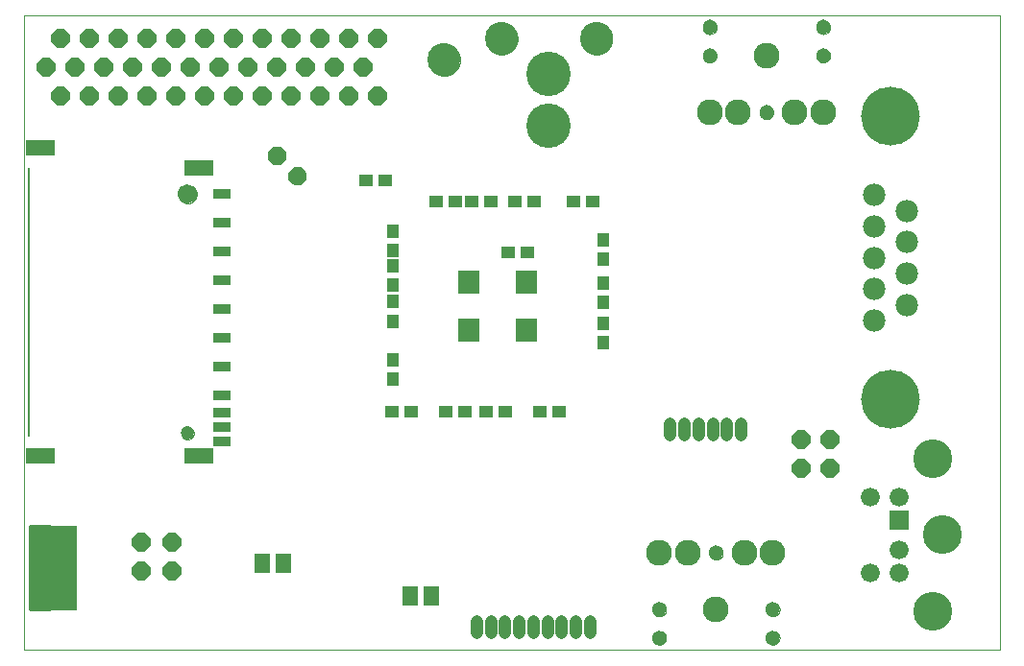
<source format=gbs>
G75*
%MOIN*%
%OFA0B0*%
%FSLAX25Y25*%
%IPPOS*%
%LPD*%
%AMOC8*
5,1,8,0,0,1.08239X$1,22.5*
%
%ADD10C,0.00000*%
%ADD11R,0.04731X0.04337*%
%ADD12R,0.04337X0.04731*%
%ADD13C,0.09000*%
%ADD14C,0.05124*%
%ADD15C,0.07800*%
%ADD16C,0.20400*%
%ADD17R,0.05518X0.06699*%
%ADD18C,0.04369*%
%ADD19OC8,0.06400*%
%ADD20C,0.01280*%
%ADD21R,0.06600X0.06600*%
%ADD22C,0.06600*%
%ADD23C,0.13500*%
%ADD24R,0.07400X0.08200*%
%ADD25C,0.11424*%
%ADD26R,0.16900X0.29400*%
%ADD27R,0.07450X0.07450*%
%ADD28C,0.02200*%
%ADD29C,0.00500*%
%ADD30R,0.06000X0.03200*%
%ADD31R,0.10400X0.05400*%
%ADD32C,0.06699*%
%ADD33C,0.04731*%
%ADD34C,0.15400*%
D10*
X0004300Y0012866D02*
X0004300Y0233366D01*
X0342800Y0233366D01*
X0342800Y0012866D01*
X0004300Y0012866D01*
X0017300Y0033466D02*
X0017302Y0033525D01*
X0017308Y0033585D01*
X0017318Y0033643D01*
X0017331Y0033701D01*
X0017349Y0033758D01*
X0017370Y0033814D01*
X0017395Y0033868D01*
X0017423Y0033920D01*
X0017455Y0033971D01*
X0017490Y0034019D01*
X0017528Y0034065D01*
X0017569Y0034108D01*
X0017613Y0034148D01*
X0017659Y0034185D01*
X0017708Y0034219D01*
X0017759Y0034250D01*
X0017811Y0034278D01*
X0017866Y0034302D01*
X0017922Y0034322D01*
X0017979Y0034338D01*
X0018037Y0034351D01*
X0018096Y0034360D01*
X0018155Y0034365D01*
X0018215Y0034366D01*
X0018274Y0034363D01*
X0018333Y0034356D01*
X0018392Y0034345D01*
X0018450Y0034331D01*
X0018506Y0034312D01*
X0018562Y0034290D01*
X0018615Y0034265D01*
X0018667Y0034235D01*
X0018717Y0034203D01*
X0018764Y0034167D01*
X0018810Y0034128D01*
X0018852Y0034086D01*
X0018892Y0034042D01*
X0018928Y0033995D01*
X0018961Y0033946D01*
X0018992Y0033894D01*
X0019018Y0033841D01*
X0019041Y0033786D01*
X0019060Y0033730D01*
X0019076Y0033672D01*
X0019088Y0033614D01*
X0019096Y0033555D01*
X0019100Y0033496D01*
X0019100Y0033436D01*
X0019096Y0033377D01*
X0019088Y0033318D01*
X0019076Y0033260D01*
X0019060Y0033202D01*
X0019041Y0033146D01*
X0019018Y0033091D01*
X0018992Y0033038D01*
X0018961Y0032986D01*
X0018928Y0032937D01*
X0018892Y0032890D01*
X0018852Y0032846D01*
X0018810Y0032804D01*
X0018764Y0032765D01*
X0018717Y0032729D01*
X0018667Y0032697D01*
X0018615Y0032667D01*
X0018562Y0032642D01*
X0018506Y0032620D01*
X0018450Y0032601D01*
X0018392Y0032587D01*
X0018333Y0032576D01*
X0018274Y0032569D01*
X0018215Y0032566D01*
X0018155Y0032567D01*
X0018096Y0032572D01*
X0018037Y0032581D01*
X0017979Y0032594D01*
X0017922Y0032610D01*
X0017866Y0032630D01*
X0017811Y0032654D01*
X0017759Y0032682D01*
X0017708Y0032713D01*
X0017659Y0032747D01*
X0017613Y0032784D01*
X0017569Y0032824D01*
X0017528Y0032867D01*
X0017490Y0032913D01*
X0017455Y0032961D01*
X0017423Y0033012D01*
X0017395Y0033064D01*
X0017370Y0033118D01*
X0017349Y0033174D01*
X0017331Y0033231D01*
X0017318Y0033289D01*
X0017308Y0033347D01*
X0017302Y0033407D01*
X0017300Y0033466D01*
X0017300Y0049266D02*
X0017302Y0049325D01*
X0017308Y0049385D01*
X0017318Y0049443D01*
X0017331Y0049501D01*
X0017349Y0049558D01*
X0017370Y0049614D01*
X0017395Y0049668D01*
X0017423Y0049720D01*
X0017455Y0049771D01*
X0017490Y0049819D01*
X0017528Y0049865D01*
X0017569Y0049908D01*
X0017613Y0049948D01*
X0017659Y0049985D01*
X0017708Y0050019D01*
X0017759Y0050050D01*
X0017811Y0050078D01*
X0017866Y0050102D01*
X0017922Y0050122D01*
X0017979Y0050138D01*
X0018037Y0050151D01*
X0018096Y0050160D01*
X0018155Y0050165D01*
X0018215Y0050166D01*
X0018274Y0050163D01*
X0018333Y0050156D01*
X0018392Y0050145D01*
X0018450Y0050131D01*
X0018506Y0050112D01*
X0018562Y0050090D01*
X0018615Y0050065D01*
X0018667Y0050035D01*
X0018717Y0050003D01*
X0018764Y0049967D01*
X0018810Y0049928D01*
X0018852Y0049886D01*
X0018892Y0049842D01*
X0018928Y0049795D01*
X0018961Y0049746D01*
X0018992Y0049694D01*
X0019018Y0049641D01*
X0019041Y0049586D01*
X0019060Y0049530D01*
X0019076Y0049472D01*
X0019088Y0049414D01*
X0019096Y0049355D01*
X0019100Y0049296D01*
X0019100Y0049236D01*
X0019096Y0049177D01*
X0019088Y0049118D01*
X0019076Y0049060D01*
X0019060Y0049002D01*
X0019041Y0048946D01*
X0019018Y0048891D01*
X0018992Y0048838D01*
X0018961Y0048786D01*
X0018928Y0048737D01*
X0018892Y0048690D01*
X0018852Y0048646D01*
X0018810Y0048604D01*
X0018764Y0048565D01*
X0018717Y0048529D01*
X0018667Y0048497D01*
X0018615Y0048467D01*
X0018562Y0048442D01*
X0018506Y0048420D01*
X0018450Y0048401D01*
X0018392Y0048387D01*
X0018333Y0048376D01*
X0018274Y0048369D01*
X0018215Y0048366D01*
X0018155Y0048367D01*
X0018096Y0048372D01*
X0018037Y0048381D01*
X0017979Y0048394D01*
X0017922Y0048410D01*
X0017866Y0048430D01*
X0017811Y0048454D01*
X0017759Y0048482D01*
X0017708Y0048513D01*
X0017659Y0048547D01*
X0017613Y0048584D01*
X0017569Y0048624D01*
X0017528Y0048667D01*
X0017490Y0048713D01*
X0017455Y0048761D01*
X0017423Y0048812D01*
X0017395Y0048864D01*
X0017370Y0048918D01*
X0017349Y0048974D01*
X0017331Y0049031D01*
X0017318Y0049089D01*
X0017308Y0049147D01*
X0017302Y0049207D01*
X0017300Y0049266D01*
X0058760Y0088241D02*
X0058762Y0088334D01*
X0058768Y0088426D01*
X0058778Y0088518D01*
X0058792Y0088609D01*
X0058809Y0088700D01*
X0058831Y0088790D01*
X0058856Y0088879D01*
X0058885Y0088967D01*
X0058918Y0089053D01*
X0058955Y0089138D01*
X0058995Y0089222D01*
X0059039Y0089303D01*
X0059086Y0089383D01*
X0059136Y0089461D01*
X0059190Y0089536D01*
X0059247Y0089609D01*
X0059307Y0089679D01*
X0059370Y0089747D01*
X0059436Y0089812D01*
X0059504Y0089874D01*
X0059575Y0089934D01*
X0059649Y0089990D01*
X0059725Y0090043D01*
X0059803Y0090092D01*
X0059883Y0090139D01*
X0059965Y0090181D01*
X0060049Y0090221D01*
X0060134Y0090256D01*
X0060221Y0090288D01*
X0060309Y0090317D01*
X0060398Y0090341D01*
X0060488Y0090362D01*
X0060579Y0090378D01*
X0060671Y0090391D01*
X0060763Y0090400D01*
X0060856Y0090405D01*
X0060948Y0090406D01*
X0061041Y0090403D01*
X0061133Y0090396D01*
X0061225Y0090385D01*
X0061316Y0090370D01*
X0061407Y0090352D01*
X0061497Y0090329D01*
X0061585Y0090303D01*
X0061673Y0090273D01*
X0061759Y0090239D01*
X0061843Y0090202D01*
X0061926Y0090160D01*
X0062007Y0090116D01*
X0062087Y0090068D01*
X0062164Y0090017D01*
X0062238Y0089962D01*
X0062311Y0089904D01*
X0062381Y0089844D01*
X0062448Y0089780D01*
X0062512Y0089714D01*
X0062574Y0089644D01*
X0062632Y0089573D01*
X0062687Y0089499D01*
X0062739Y0089422D01*
X0062788Y0089343D01*
X0062834Y0089263D01*
X0062876Y0089180D01*
X0062914Y0089096D01*
X0062949Y0089010D01*
X0062980Y0088923D01*
X0063007Y0088835D01*
X0063030Y0088745D01*
X0063050Y0088655D01*
X0063066Y0088564D01*
X0063078Y0088472D01*
X0063086Y0088380D01*
X0063090Y0088287D01*
X0063090Y0088195D01*
X0063086Y0088102D01*
X0063078Y0088010D01*
X0063066Y0087918D01*
X0063050Y0087827D01*
X0063030Y0087737D01*
X0063007Y0087647D01*
X0062980Y0087559D01*
X0062949Y0087472D01*
X0062914Y0087386D01*
X0062876Y0087302D01*
X0062834Y0087219D01*
X0062788Y0087139D01*
X0062739Y0087060D01*
X0062687Y0086983D01*
X0062632Y0086909D01*
X0062574Y0086838D01*
X0062512Y0086768D01*
X0062448Y0086702D01*
X0062381Y0086638D01*
X0062311Y0086578D01*
X0062238Y0086520D01*
X0062164Y0086465D01*
X0062087Y0086414D01*
X0062008Y0086366D01*
X0061926Y0086322D01*
X0061843Y0086280D01*
X0061759Y0086243D01*
X0061673Y0086209D01*
X0061585Y0086179D01*
X0061497Y0086153D01*
X0061407Y0086130D01*
X0061316Y0086112D01*
X0061225Y0086097D01*
X0061133Y0086086D01*
X0061041Y0086079D01*
X0060948Y0086076D01*
X0060856Y0086077D01*
X0060763Y0086082D01*
X0060671Y0086091D01*
X0060579Y0086104D01*
X0060488Y0086120D01*
X0060398Y0086141D01*
X0060309Y0086165D01*
X0060221Y0086194D01*
X0060134Y0086226D01*
X0060049Y0086261D01*
X0059965Y0086301D01*
X0059883Y0086343D01*
X0059803Y0086390D01*
X0059725Y0086439D01*
X0059649Y0086492D01*
X0059575Y0086548D01*
X0059504Y0086608D01*
X0059436Y0086670D01*
X0059370Y0086735D01*
X0059307Y0086803D01*
X0059247Y0086873D01*
X0059190Y0086946D01*
X0059136Y0087021D01*
X0059086Y0087099D01*
X0059039Y0087179D01*
X0058995Y0087260D01*
X0058955Y0087344D01*
X0058918Y0087429D01*
X0058885Y0087515D01*
X0058856Y0087603D01*
X0058831Y0087692D01*
X0058809Y0087782D01*
X0058792Y0087873D01*
X0058778Y0087964D01*
X0058768Y0088056D01*
X0058762Y0088148D01*
X0058760Y0088241D01*
X0057775Y0171241D02*
X0057777Y0171353D01*
X0057783Y0171464D01*
X0057793Y0171576D01*
X0057807Y0171687D01*
X0057824Y0171797D01*
X0057846Y0171907D01*
X0057872Y0172016D01*
X0057901Y0172124D01*
X0057934Y0172230D01*
X0057971Y0172336D01*
X0058012Y0172440D01*
X0058057Y0172543D01*
X0058105Y0172644D01*
X0058156Y0172743D01*
X0058211Y0172840D01*
X0058270Y0172935D01*
X0058331Y0173029D01*
X0058396Y0173120D01*
X0058465Y0173208D01*
X0058536Y0173294D01*
X0058610Y0173378D01*
X0058688Y0173458D01*
X0058768Y0173536D01*
X0058851Y0173612D01*
X0058936Y0173684D01*
X0059024Y0173753D01*
X0059114Y0173819D01*
X0059207Y0173881D01*
X0059302Y0173941D01*
X0059399Y0173997D01*
X0059497Y0174049D01*
X0059598Y0174098D01*
X0059700Y0174143D01*
X0059804Y0174185D01*
X0059909Y0174223D01*
X0060016Y0174257D01*
X0060123Y0174287D01*
X0060232Y0174314D01*
X0060341Y0174336D01*
X0060452Y0174355D01*
X0060562Y0174370D01*
X0060674Y0174381D01*
X0060785Y0174388D01*
X0060897Y0174391D01*
X0061009Y0174390D01*
X0061121Y0174385D01*
X0061232Y0174376D01*
X0061343Y0174363D01*
X0061454Y0174346D01*
X0061564Y0174326D01*
X0061673Y0174301D01*
X0061781Y0174273D01*
X0061888Y0174240D01*
X0061994Y0174204D01*
X0062098Y0174164D01*
X0062201Y0174121D01*
X0062303Y0174074D01*
X0062402Y0174023D01*
X0062500Y0173969D01*
X0062596Y0173911D01*
X0062690Y0173850D01*
X0062781Y0173786D01*
X0062870Y0173719D01*
X0062957Y0173648D01*
X0063041Y0173574D01*
X0063123Y0173498D01*
X0063201Y0173418D01*
X0063277Y0173336D01*
X0063350Y0173251D01*
X0063420Y0173164D01*
X0063486Y0173074D01*
X0063550Y0172982D01*
X0063610Y0172888D01*
X0063667Y0172792D01*
X0063720Y0172693D01*
X0063770Y0172593D01*
X0063816Y0172492D01*
X0063859Y0172388D01*
X0063898Y0172283D01*
X0063933Y0172177D01*
X0063964Y0172070D01*
X0063992Y0171961D01*
X0064015Y0171852D01*
X0064035Y0171742D01*
X0064051Y0171631D01*
X0064063Y0171520D01*
X0064071Y0171409D01*
X0064075Y0171297D01*
X0064075Y0171185D01*
X0064071Y0171073D01*
X0064063Y0170962D01*
X0064051Y0170851D01*
X0064035Y0170740D01*
X0064015Y0170630D01*
X0063992Y0170521D01*
X0063964Y0170412D01*
X0063933Y0170305D01*
X0063898Y0170199D01*
X0063859Y0170094D01*
X0063816Y0169990D01*
X0063770Y0169889D01*
X0063720Y0169789D01*
X0063667Y0169690D01*
X0063610Y0169594D01*
X0063550Y0169500D01*
X0063486Y0169408D01*
X0063420Y0169318D01*
X0063350Y0169231D01*
X0063277Y0169146D01*
X0063201Y0169064D01*
X0063123Y0168984D01*
X0063041Y0168908D01*
X0062957Y0168834D01*
X0062870Y0168763D01*
X0062781Y0168696D01*
X0062690Y0168632D01*
X0062596Y0168571D01*
X0062500Y0168513D01*
X0062402Y0168459D01*
X0062303Y0168408D01*
X0062201Y0168361D01*
X0062098Y0168318D01*
X0061994Y0168278D01*
X0061888Y0168242D01*
X0061781Y0168209D01*
X0061673Y0168181D01*
X0061564Y0168156D01*
X0061454Y0168136D01*
X0061343Y0168119D01*
X0061232Y0168106D01*
X0061121Y0168097D01*
X0061009Y0168092D01*
X0060897Y0168091D01*
X0060785Y0168094D01*
X0060674Y0168101D01*
X0060562Y0168112D01*
X0060452Y0168127D01*
X0060341Y0168146D01*
X0060232Y0168168D01*
X0060123Y0168195D01*
X0060016Y0168225D01*
X0059909Y0168259D01*
X0059804Y0168297D01*
X0059700Y0168339D01*
X0059598Y0168384D01*
X0059497Y0168433D01*
X0059399Y0168485D01*
X0059302Y0168541D01*
X0059207Y0168601D01*
X0059114Y0168663D01*
X0059024Y0168729D01*
X0058936Y0168798D01*
X0058851Y0168870D01*
X0058768Y0168946D01*
X0058688Y0169024D01*
X0058610Y0169104D01*
X0058536Y0169188D01*
X0058465Y0169274D01*
X0058396Y0169362D01*
X0058331Y0169453D01*
X0058270Y0169547D01*
X0058211Y0169642D01*
X0058156Y0169739D01*
X0058105Y0169838D01*
X0058057Y0169939D01*
X0058012Y0170042D01*
X0057971Y0170146D01*
X0057934Y0170252D01*
X0057901Y0170358D01*
X0057872Y0170466D01*
X0057846Y0170575D01*
X0057824Y0170685D01*
X0057807Y0170795D01*
X0057793Y0170906D01*
X0057783Y0171018D01*
X0057777Y0171129D01*
X0057775Y0171241D01*
X0144413Y0217866D02*
X0144415Y0218014D01*
X0144421Y0218162D01*
X0144431Y0218310D01*
X0144445Y0218457D01*
X0144463Y0218604D01*
X0144484Y0218750D01*
X0144510Y0218896D01*
X0144540Y0219041D01*
X0144573Y0219185D01*
X0144611Y0219328D01*
X0144652Y0219470D01*
X0144697Y0219611D01*
X0144745Y0219751D01*
X0144798Y0219890D01*
X0144854Y0220027D01*
X0144914Y0220162D01*
X0144977Y0220296D01*
X0145044Y0220428D01*
X0145115Y0220558D01*
X0145189Y0220686D01*
X0145266Y0220812D01*
X0145347Y0220936D01*
X0145431Y0221058D01*
X0145518Y0221177D01*
X0145609Y0221294D01*
X0145703Y0221409D01*
X0145799Y0221521D01*
X0145899Y0221631D01*
X0146001Y0221737D01*
X0146107Y0221841D01*
X0146215Y0221942D01*
X0146326Y0222040D01*
X0146439Y0222136D01*
X0146555Y0222228D01*
X0146673Y0222317D01*
X0146794Y0222402D01*
X0146917Y0222485D01*
X0147042Y0222564D01*
X0147169Y0222640D01*
X0147298Y0222712D01*
X0147429Y0222781D01*
X0147562Y0222846D01*
X0147697Y0222907D01*
X0147833Y0222965D01*
X0147970Y0223020D01*
X0148109Y0223070D01*
X0148250Y0223117D01*
X0148391Y0223160D01*
X0148534Y0223200D01*
X0148678Y0223235D01*
X0148822Y0223267D01*
X0148968Y0223294D01*
X0149114Y0223318D01*
X0149261Y0223338D01*
X0149408Y0223354D01*
X0149555Y0223366D01*
X0149703Y0223374D01*
X0149851Y0223378D01*
X0149999Y0223378D01*
X0150147Y0223374D01*
X0150295Y0223366D01*
X0150442Y0223354D01*
X0150589Y0223338D01*
X0150736Y0223318D01*
X0150882Y0223294D01*
X0151028Y0223267D01*
X0151172Y0223235D01*
X0151316Y0223200D01*
X0151459Y0223160D01*
X0151600Y0223117D01*
X0151741Y0223070D01*
X0151880Y0223020D01*
X0152017Y0222965D01*
X0152153Y0222907D01*
X0152288Y0222846D01*
X0152421Y0222781D01*
X0152552Y0222712D01*
X0152681Y0222640D01*
X0152808Y0222564D01*
X0152933Y0222485D01*
X0153056Y0222402D01*
X0153177Y0222317D01*
X0153295Y0222228D01*
X0153411Y0222136D01*
X0153524Y0222040D01*
X0153635Y0221942D01*
X0153743Y0221841D01*
X0153849Y0221737D01*
X0153951Y0221631D01*
X0154051Y0221521D01*
X0154147Y0221409D01*
X0154241Y0221294D01*
X0154332Y0221177D01*
X0154419Y0221058D01*
X0154503Y0220936D01*
X0154584Y0220812D01*
X0154661Y0220686D01*
X0154735Y0220558D01*
X0154806Y0220428D01*
X0154873Y0220296D01*
X0154936Y0220162D01*
X0154996Y0220027D01*
X0155052Y0219890D01*
X0155105Y0219751D01*
X0155153Y0219611D01*
X0155198Y0219470D01*
X0155239Y0219328D01*
X0155277Y0219185D01*
X0155310Y0219041D01*
X0155340Y0218896D01*
X0155366Y0218750D01*
X0155387Y0218604D01*
X0155405Y0218457D01*
X0155419Y0218310D01*
X0155429Y0218162D01*
X0155435Y0218014D01*
X0155437Y0217866D01*
X0155435Y0217718D01*
X0155429Y0217570D01*
X0155419Y0217422D01*
X0155405Y0217275D01*
X0155387Y0217128D01*
X0155366Y0216982D01*
X0155340Y0216836D01*
X0155310Y0216691D01*
X0155277Y0216547D01*
X0155239Y0216404D01*
X0155198Y0216262D01*
X0155153Y0216121D01*
X0155105Y0215981D01*
X0155052Y0215842D01*
X0154996Y0215705D01*
X0154936Y0215570D01*
X0154873Y0215436D01*
X0154806Y0215304D01*
X0154735Y0215174D01*
X0154661Y0215046D01*
X0154584Y0214920D01*
X0154503Y0214796D01*
X0154419Y0214674D01*
X0154332Y0214555D01*
X0154241Y0214438D01*
X0154147Y0214323D01*
X0154051Y0214211D01*
X0153951Y0214101D01*
X0153849Y0213995D01*
X0153743Y0213891D01*
X0153635Y0213790D01*
X0153524Y0213692D01*
X0153411Y0213596D01*
X0153295Y0213504D01*
X0153177Y0213415D01*
X0153056Y0213330D01*
X0152933Y0213247D01*
X0152808Y0213168D01*
X0152681Y0213092D01*
X0152552Y0213020D01*
X0152421Y0212951D01*
X0152288Y0212886D01*
X0152153Y0212825D01*
X0152017Y0212767D01*
X0151880Y0212712D01*
X0151741Y0212662D01*
X0151600Y0212615D01*
X0151459Y0212572D01*
X0151316Y0212532D01*
X0151172Y0212497D01*
X0151028Y0212465D01*
X0150882Y0212438D01*
X0150736Y0212414D01*
X0150589Y0212394D01*
X0150442Y0212378D01*
X0150295Y0212366D01*
X0150147Y0212358D01*
X0149999Y0212354D01*
X0149851Y0212354D01*
X0149703Y0212358D01*
X0149555Y0212366D01*
X0149408Y0212378D01*
X0149261Y0212394D01*
X0149114Y0212414D01*
X0148968Y0212438D01*
X0148822Y0212465D01*
X0148678Y0212497D01*
X0148534Y0212532D01*
X0148391Y0212572D01*
X0148250Y0212615D01*
X0148109Y0212662D01*
X0147970Y0212712D01*
X0147833Y0212767D01*
X0147697Y0212825D01*
X0147562Y0212886D01*
X0147429Y0212951D01*
X0147298Y0213020D01*
X0147169Y0213092D01*
X0147042Y0213168D01*
X0146917Y0213247D01*
X0146794Y0213330D01*
X0146673Y0213415D01*
X0146555Y0213504D01*
X0146439Y0213596D01*
X0146326Y0213692D01*
X0146215Y0213790D01*
X0146107Y0213891D01*
X0146001Y0213995D01*
X0145899Y0214101D01*
X0145799Y0214211D01*
X0145703Y0214323D01*
X0145609Y0214438D01*
X0145518Y0214555D01*
X0145431Y0214674D01*
X0145347Y0214796D01*
X0145266Y0214920D01*
X0145189Y0215046D01*
X0145115Y0215174D01*
X0145044Y0215304D01*
X0144977Y0215436D01*
X0144914Y0215570D01*
X0144854Y0215705D01*
X0144798Y0215842D01*
X0144745Y0215981D01*
X0144697Y0216121D01*
X0144652Y0216262D01*
X0144611Y0216404D01*
X0144573Y0216547D01*
X0144540Y0216691D01*
X0144510Y0216836D01*
X0144484Y0216982D01*
X0144463Y0217128D01*
X0144445Y0217275D01*
X0144431Y0217422D01*
X0144421Y0217570D01*
X0144415Y0217718D01*
X0144413Y0217866D01*
X0164382Y0225267D02*
X0164384Y0225415D01*
X0164390Y0225563D01*
X0164400Y0225711D01*
X0164414Y0225858D01*
X0164432Y0226005D01*
X0164453Y0226151D01*
X0164479Y0226297D01*
X0164509Y0226442D01*
X0164542Y0226586D01*
X0164580Y0226729D01*
X0164621Y0226871D01*
X0164666Y0227012D01*
X0164714Y0227152D01*
X0164767Y0227291D01*
X0164823Y0227428D01*
X0164883Y0227563D01*
X0164946Y0227697D01*
X0165013Y0227829D01*
X0165084Y0227959D01*
X0165158Y0228087D01*
X0165235Y0228213D01*
X0165316Y0228337D01*
X0165400Y0228459D01*
X0165487Y0228578D01*
X0165578Y0228695D01*
X0165672Y0228810D01*
X0165768Y0228922D01*
X0165868Y0229032D01*
X0165970Y0229138D01*
X0166076Y0229242D01*
X0166184Y0229343D01*
X0166295Y0229441D01*
X0166408Y0229537D01*
X0166524Y0229629D01*
X0166642Y0229718D01*
X0166763Y0229803D01*
X0166886Y0229886D01*
X0167011Y0229965D01*
X0167138Y0230041D01*
X0167267Y0230113D01*
X0167398Y0230182D01*
X0167531Y0230247D01*
X0167666Y0230308D01*
X0167802Y0230366D01*
X0167939Y0230421D01*
X0168078Y0230471D01*
X0168219Y0230518D01*
X0168360Y0230561D01*
X0168503Y0230601D01*
X0168647Y0230636D01*
X0168791Y0230668D01*
X0168937Y0230695D01*
X0169083Y0230719D01*
X0169230Y0230739D01*
X0169377Y0230755D01*
X0169524Y0230767D01*
X0169672Y0230775D01*
X0169820Y0230779D01*
X0169968Y0230779D01*
X0170116Y0230775D01*
X0170264Y0230767D01*
X0170411Y0230755D01*
X0170558Y0230739D01*
X0170705Y0230719D01*
X0170851Y0230695D01*
X0170997Y0230668D01*
X0171141Y0230636D01*
X0171285Y0230601D01*
X0171428Y0230561D01*
X0171569Y0230518D01*
X0171710Y0230471D01*
X0171849Y0230421D01*
X0171986Y0230366D01*
X0172122Y0230308D01*
X0172257Y0230247D01*
X0172390Y0230182D01*
X0172521Y0230113D01*
X0172650Y0230041D01*
X0172777Y0229965D01*
X0172902Y0229886D01*
X0173025Y0229803D01*
X0173146Y0229718D01*
X0173264Y0229629D01*
X0173380Y0229537D01*
X0173493Y0229441D01*
X0173604Y0229343D01*
X0173712Y0229242D01*
X0173818Y0229138D01*
X0173920Y0229032D01*
X0174020Y0228922D01*
X0174116Y0228810D01*
X0174210Y0228695D01*
X0174301Y0228578D01*
X0174388Y0228459D01*
X0174472Y0228337D01*
X0174553Y0228213D01*
X0174630Y0228087D01*
X0174704Y0227959D01*
X0174775Y0227829D01*
X0174842Y0227697D01*
X0174905Y0227563D01*
X0174965Y0227428D01*
X0175021Y0227291D01*
X0175074Y0227152D01*
X0175122Y0227012D01*
X0175167Y0226871D01*
X0175208Y0226729D01*
X0175246Y0226586D01*
X0175279Y0226442D01*
X0175309Y0226297D01*
X0175335Y0226151D01*
X0175356Y0226005D01*
X0175374Y0225858D01*
X0175388Y0225711D01*
X0175398Y0225563D01*
X0175404Y0225415D01*
X0175406Y0225267D01*
X0175404Y0225119D01*
X0175398Y0224971D01*
X0175388Y0224823D01*
X0175374Y0224676D01*
X0175356Y0224529D01*
X0175335Y0224383D01*
X0175309Y0224237D01*
X0175279Y0224092D01*
X0175246Y0223948D01*
X0175208Y0223805D01*
X0175167Y0223663D01*
X0175122Y0223522D01*
X0175074Y0223382D01*
X0175021Y0223243D01*
X0174965Y0223106D01*
X0174905Y0222971D01*
X0174842Y0222837D01*
X0174775Y0222705D01*
X0174704Y0222575D01*
X0174630Y0222447D01*
X0174553Y0222321D01*
X0174472Y0222197D01*
X0174388Y0222075D01*
X0174301Y0221956D01*
X0174210Y0221839D01*
X0174116Y0221724D01*
X0174020Y0221612D01*
X0173920Y0221502D01*
X0173818Y0221396D01*
X0173712Y0221292D01*
X0173604Y0221191D01*
X0173493Y0221093D01*
X0173380Y0220997D01*
X0173264Y0220905D01*
X0173146Y0220816D01*
X0173025Y0220731D01*
X0172902Y0220648D01*
X0172777Y0220569D01*
X0172650Y0220493D01*
X0172521Y0220421D01*
X0172390Y0220352D01*
X0172257Y0220287D01*
X0172122Y0220226D01*
X0171986Y0220168D01*
X0171849Y0220113D01*
X0171710Y0220063D01*
X0171569Y0220016D01*
X0171428Y0219973D01*
X0171285Y0219933D01*
X0171141Y0219898D01*
X0170997Y0219866D01*
X0170851Y0219839D01*
X0170705Y0219815D01*
X0170558Y0219795D01*
X0170411Y0219779D01*
X0170264Y0219767D01*
X0170116Y0219759D01*
X0169968Y0219755D01*
X0169820Y0219755D01*
X0169672Y0219759D01*
X0169524Y0219767D01*
X0169377Y0219779D01*
X0169230Y0219795D01*
X0169083Y0219815D01*
X0168937Y0219839D01*
X0168791Y0219866D01*
X0168647Y0219898D01*
X0168503Y0219933D01*
X0168360Y0219973D01*
X0168219Y0220016D01*
X0168078Y0220063D01*
X0167939Y0220113D01*
X0167802Y0220168D01*
X0167666Y0220226D01*
X0167531Y0220287D01*
X0167398Y0220352D01*
X0167267Y0220421D01*
X0167138Y0220493D01*
X0167011Y0220569D01*
X0166886Y0220648D01*
X0166763Y0220731D01*
X0166642Y0220816D01*
X0166524Y0220905D01*
X0166408Y0220997D01*
X0166295Y0221093D01*
X0166184Y0221191D01*
X0166076Y0221292D01*
X0165970Y0221396D01*
X0165868Y0221502D01*
X0165768Y0221612D01*
X0165672Y0221724D01*
X0165578Y0221839D01*
X0165487Y0221956D01*
X0165400Y0222075D01*
X0165316Y0222197D01*
X0165235Y0222321D01*
X0165158Y0222447D01*
X0165084Y0222575D01*
X0165013Y0222705D01*
X0164946Y0222837D01*
X0164883Y0222971D01*
X0164823Y0223106D01*
X0164767Y0223243D01*
X0164714Y0223382D01*
X0164666Y0223522D01*
X0164621Y0223663D01*
X0164580Y0223805D01*
X0164542Y0223948D01*
X0164509Y0224092D01*
X0164479Y0224237D01*
X0164453Y0224383D01*
X0164432Y0224529D01*
X0164414Y0224676D01*
X0164400Y0224823D01*
X0164390Y0224971D01*
X0164384Y0225119D01*
X0164382Y0225267D01*
X0197256Y0225267D02*
X0197258Y0225415D01*
X0197264Y0225563D01*
X0197274Y0225711D01*
X0197288Y0225858D01*
X0197306Y0226005D01*
X0197327Y0226151D01*
X0197353Y0226297D01*
X0197383Y0226442D01*
X0197416Y0226586D01*
X0197454Y0226729D01*
X0197495Y0226871D01*
X0197540Y0227012D01*
X0197588Y0227152D01*
X0197641Y0227291D01*
X0197697Y0227428D01*
X0197757Y0227563D01*
X0197820Y0227697D01*
X0197887Y0227829D01*
X0197958Y0227959D01*
X0198032Y0228087D01*
X0198109Y0228213D01*
X0198190Y0228337D01*
X0198274Y0228459D01*
X0198361Y0228578D01*
X0198452Y0228695D01*
X0198546Y0228810D01*
X0198642Y0228922D01*
X0198742Y0229032D01*
X0198844Y0229138D01*
X0198950Y0229242D01*
X0199058Y0229343D01*
X0199169Y0229441D01*
X0199282Y0229537D01*
X0199398Y0229629D01*
X0199516Y0229718D01*
X0199637Y0229803D01*
X0199760Y0229886D01*
X0199885Y0229965D01*
X0200012Y0230041D01*
X0200141Y0230113D01*
X0200272Y0230182D01*
X0200405Y0230247D01*
X0200540Y0230308D01*
X0200676Y0230366D01*
X0200813Y0230421D01*
X0200952Y0230471D01*
X0201093Y0230518D01*
X0201234Y0230561D01*
X0201377Y0230601D01*
X0201521Y0230636D01*
X0201665Y0230668D01*
X0201811Y0230695D01*
X0201957Y0230719D01*
X0202104Y0230739D01*
X0202251Y0230755D01*
X0202398Y0230767D01*
X0202546Y0230775D01*
X0202694Y0230779D01*
X0202842Y0230779D01*
X0202990Y0230775D01*
X0203138Y0230767D01*
X0203285Y0230755D01*
X0203432Y0230739D01*
X0203579Y0230719D01*
X0203725Y0230695D01*
X0203871Y0230668D01*
X0204015Y0230636D01*
X0204159Y0230601D01*
X0204302Y0230561D01*
X0204443Y0230518D01*
X0204584Y0230471D01*
X0204723Y0230421D01*
X0204860Y0230366D01*
X0204996Y0230308D01*
X0205131Y0230247D01*
X0205264Y0230182D01*
X0205395Y0230113D01*
X0205524Y0230041D01*
X0205651Y0229965D01*
X0205776Y0229886D01*
X0205899Y0229803D01*
X0206020Y0229718D01*
X0206138Y0229629D01*
X0206254Y0229537D01*
X0206367Y0229441D01*
X0206478Y0229343D01*
X0206586Y0229242D01*
X0206692Y0229138D01*
X0206794Y0229032D01*
X0206894Y0228922D01*
X0206990Y0228810D01*
X0207084Y0228695D01*
X0207175Y0228578D01*
X0207262Y0228459D01*
X0207346Y0228337D01*
X0207427Y0228213D01*
X0207504Y0228087D01*
X0207578Y0227959D01*
X0207649Y0227829D01*
X0207716Y0227697D01*
X0207779Y0227563D01*
X0207839Y0227428D01*
X0207895Y0227291D01*
X0207948Y0227152D01*
X0207996Y0227012D01*
X0208041Y0226871D01*
X0208082Y0226729D01*
X0208120Y0226586D01*
X0208153Y0226442D01*
X0208183Y0226297D01*
X0208209Y0226151D01*
X0208230Y0226005D01*
X0208248Y0225858D01*
X0208262Y0225711D01*
X0208272Y0225563D01*
X0208278Y0225415D01*
X0208280Y0225267D01*
X0208278Y0225119D01*
X0208272Y0224971D01*
X0208262Y0224823D01*
X0208248Y0224676D01*
X0208230Y0224529D01*
X0208209Y0224383D01*
X0208183Y0224237D01*
X0208153Y0224092D01*
X0208120Y0223948D01*
X0208082Y0223805D01*
X0208041Y0223663D01*
X0207996Y0223522D01*
X0207948Y0223382D01*
X0207895Y0223243D01*
X0207839Y0223106D01*
X0207779Y0222971D01*
X0207716Y0222837D01*
X0207649Y0222705D01*
X0207578Y0222575D01*
X0207504Y0222447D01*
X0207427Y0222321D01*
X0207346Y0222197D01*
X0207262Y0222075D01*
X0207175Y0221956D01*
X0207084Y0221839D01*
X0206990Y0221724D01*
X0206894Y0221612D01*
X0206794Y0221502D01*
X0206692Y0221396D01*
X0206586Y0221292D01*
X0206478Y0221191D01*
X0206367Y0221093D01*
X0206254Y0220997D01*
X0206138Y0220905D01*
X0206020Y0220816D01*
X0205899Y0220731D01*
X0205776Y0220648D01*
X0205651Y0220569D01*
X0205524Y0220493D01*
X0205395Y0220421D01*
X0205264Y0220352D01*
X0205131Y0220287D01*
X0204996Y0220226D01*
X0204860Y0220168D01*
X0204723Y0220113D01*
X0204584Y0220063D01*
X0204443Y0220016D01*
X0204302Y0219973D01*
X0204159Y0219933D01*
X0204015Y0219898D01*
X0203871Y0219866D01*
X0203725Y0219839D01*
X0203579Y0219815D01*
X0203432Y0219795D01*
X0203285Y0219779D01*
X0203138Y0219767D01*
X0202990Y0219759D01*
X0202842Y0219755D01*
X0202694Y0219755D01*
X0202546Y0219759D01*
X0202398Y0219767D01*
X0202251Y0219779D01*
X0202104Y0219795D01*
X0201957Y0219815D01*
X0201811Y0219839D01*
X0201665Y0219866D01*
X0201521Y0219898D01*
X0201377Y0219933D01*
X0201234Y0219973D01*
X0201093Y0220016D01*
X0200952Y0220063D01*
X0200813Y0220113D01*
X0200676Y0220168D01*
X0200540Y0220226D01*
X0200405Y0220287D01*
X0200272Y0220352D01*
X0200141Y0220421D01*
X0200012Y0220493D01*
X0199885Y0220569D01*
X0199760Y0220648D01*
X0199637Y0220731D01*
X0199516Y0220816D01*
X0199398Y0220905D01*
X0199282Y0220997D01*
X0199169Y0221093D01*
X0199058Y0221191D01*
X0198950Y0221292D01*
X0198844Y0221396D01*
X0198742Y0221502D01*
X0198642Y0221612D01*
X0198546Y0221724D01*
X0198452Y0221839D01*
X0198361Y0221956D01*
X0198274Y0222075D01*
X0198190Y0222197D01*
X0198109Y0222321D01*
X0198032Y0222447D01*
X0197958Y0222575D01*
X0197887Y0222705D01*
X0197820Y0222837D01*
X0197757Y0222971D01*
X0197697Y0223106D01*
X0197641Y0223243D01*
X0197588Y0223382D01*
X0197540Y0223522D01*
X0197495Y0223663D01*
X0197454Y0223805D01*
X0197416Y0223948D01*
X0197383Y0224092D01*
X0197353Y0224237D01*
X0197327Y0224383D01*
X0197306Y0224529D01*
X0197288Y0224676D01*
X0197274Y0224823D01*
X0197264Y0224971D01*
X0197258Y0225119D01*
X0197256Y0225267D01*
X0239753Y0229208D02*
X0239755Y0229305D01*
X0239761Y0229402D01*
X0239771Y0229498D01*
X0239785Y0229594D01*
X0239803Y0229690D01*
X0239824Y0229784D01*
X0239850Y0229878D01*
X0239879Y0229970D01*
X0239913Y0230061D01*
X0239949Y0230151D01*
X0239990Y0230239D01*
X0240034Y0230325D01*
X0240082Y0230410D01*
X0240133Y0230492D01*
X0240187Y0230573D01*
X0240245Y0230651D01*
X0240306Y0230726D01*
X0240369Y0230799D01*
X0240436Y0230870D01*
X0240506Y0230937D01*
X0240578Y0231002D01*
X0240653Y0231063D01*
X0240731Y0231122D01*
X0240810Y0231177D01*
X0240892Y0231229D01*
X0240976Y0231277D01*
X0241062Y0231322D01*
X0241150Y0231364D01*
X0241239Y0231402D01*
X0241330Y0231436D01*
X0241422Y0231466D01*
X0241515Y0231493D01*
X0241610Y0231515D01*
X0241705Y0231534D01*
X0241801Y0231549D01*
X0241897Y0231560D01*
X0241994Y0231567D01*
X0242091Y0231570D01*
X0242188Y0231569D01*
X0242285Y0231564D01*
X0242381Y0231555D01*
X0242477Y0231542D01*
X0242573Y0231525D01*
X0242668Y0231504D01*
X0242761Y0231480D01*
X0242854Y0231451D01*
X0242946Y0231419D01*
X0243036Y0231383D01*
X0243124Y0231344D01*
X0243211Y0231300D01*
X0243296Y0231254D01*
X0243379Y0231203D01*
X0243460Y0231150D01*
X0243538Y0231093D01*
X0243615Y0231033D01*
X0243688Y0230970D01*
X0243759Y0230904D01*
X0243827Y0230835D01*
X0243893Y0230763D01*
X0243955Y0230689D01*
X0244014Y0230612D01*
X0244070Y0230533D01*
X0244123Y0230451D01*
X0244173Y0230368D01*
X0244218Y0230282D01*
X0244261Y0230195D01*
X0244300Y0230106D01*
X0244335Y0230016D01*
X0244366Y0229924D01*
X0244393Y0229831D01*
X0244417Y0229737D01*
X0244437Y0229642D01*
X0244453Y0229546D01*
X0244465Y0229450D01*
X0244473Y0229353D01*
X0244477Y0229256D01*
X0244477Y0229160D01*
X0244473Y0229063D01*
X0244465Y0228966D01*
X0244453Y0228870D01*
X0244437Y0228774D01*
X0244417Y0228679D01*
X0244393Y0228585D01*
X0244366Y0228492D01*
X0244335Y0228400D01*
X0244300Y0228310D01*
X0244261Y0228221D01*
X0244218Y0228134D01*
X0244173Y0228048D01*
X0244123Y0227965D01*
X0244070Y0227883D01*
X0244014Y0227804D01*
X0243955Y0227727D01*
X0243893Y0227653D01*
X0243827Y0227581D01*
X0243759Y0227512D01*
X0243688Y0227446D01*
X0243615Y0227383D01*
X0243538Y0227323D01*
X0243460Y0227266D01*
X0243379Y0227213D01*
X0243296Y0227162D01*
X0243211Y0227116D01*
X0243124Y0227072D01*
X0243036Y0227033D01*
X0242946Y0226997D01*
X0242854Y0226965D01*
X0242761Y0226936D01*
X0242668Y0226912D01*
X0242573Y0226891D01*
X0242477Y0226874D01*
X0242381Y0226861D01*
X0242285Y0226852D01*
X0242188Y0226847D01*
X0242091Y0226846D01*
X0241994Y0226849D01*
X0241897Y0226856D01*
X0241801Y0226867D01*
X0241705Y0226882D01*
X0241610Y0226901D01*
X0241515Y0226923D01*
X0241422Y0226950D01*
X0241330Y0226980D01*
X0241239Y0227014D01*
X0241150Y0227052D01*
X0241062Y0227094D01*
X0240976Y0227139D01*
X0240892Y0227187D01*
X0240810Y0227239D01*
X0240731Y0227294D01*
X0240653Y0227353D01*
X0240578Y0227414D01*
X0240506Y0227479D01*
X0240436Y0227546D01*
X0240369Y0227617D01*
X0240306Y0227690D01*
X0240245Y0227765D01*
X0240187Y0227843D01*
X0240133Y0227924D01*
X0240082Y0228006D01*
X0240034Y0228091D01*
X0239990Y0228177D01*
X0239949Y0228265D01*
X0239913Y0228355D01*
X0239879Y0228446D01*
X0239850Y0228538D01*
X0239824Y0228632D01*
X0239803Y0228726D01*
X0239785Y0228822D01*
X0239771Y0228918D01*
X0239761Y0229014D01*
X0239755Y0229111D01*
X0239753Y0229208D01*
X0239753Y0219366D02*
X0239755Y0219463D01*
X0239761Y0219560D01*
X0239771Y0219656D01*
X0239785Y0219752D01*
X0239803Y0219848D01*
X0239824Y0219942D01*
X0239850Y0220036D01*
X0239879Y0220128D01*
X0239913Y0220219D01*
X0239949Y0220309D01*
X0239990Y0220397D01*
X0240034Y0220483D01*
X0240082Y0220568D01*
X0240133Y0220650D01*
X0240187Y0220731D01*
X0240245Y0220809D01*
X0240306Y0220884D01*
X0240369Y0220957D01*
X0240436Y0221028D01*
X0240506Y0221095D01*
X0240578Y0221160D01*
X0240653Y0221221D01*
X0240731Y0221280D01*
X0240810Y0221335D01*
X0240892Y0221387D01*
X0240976Y0221435D01*
X0241062Y0221480D01*
X0241150Y0221522D01*
X0241239Y0221560D01*
X0241330Y0221594D01*
X0241422Y0221624D01*
X0241515Y0221651D01*
X0241610Y0221673D01*
X0241705Y0221692D01*
X0241801Y0221707D01*
X0241897Y0221718D01*
X0241994Y0221725D01*
X0242091Y0221728D01*
X0242188Y0221727D01*
X0242285Y0221722D01*
X0242381Y0221713D01*
X0242477Y0221700D01*
X0242573Y0221683D01*
X0242668Y0221662D01*
X0242761Y0221638D01*
X0242854Y0221609D01*
X0242946Y0221577D01*
X0243036Y0221541D01*
X0243124Y0221502D01*
X0243211Y0221458D01*
X0243296Y0221412D01*
X0243379Y0221361D01*
X0243460Y0221308D01*
X0243538Y0221251D01*
X0243615Y0221191D01*
X0243688Y0221128D01*
X0243759Y0221062D01*
X0243827Y0220993D01*
X0243893Y0220921D01*
X0243955Y0220847D01*
X0244014Y0220770D01*
X0244070Y0220691D01*
X0244123Y0220609D01*
X0244173Y0220526D01*
X0244218Y0220440D01*
X0244261Y0220353D01*
X0244300Y0220264D01*
X0244335Y0220174D01*
X0244366Y0220082D01*
X0244393Y0219989D01*
X0244417Y0219895D01*
X0244437Y0219800D01*
X0244453Y0219704D01*
X0244465Y0219608D01*
X0244473Y0219511D01*
X0244477Y0219414D01*
X0244477Y0219318D01*
X0244473Y0219221D01*
X0244465Y0219124D01*
X0244453Y0219028D01*
X0244437Y0218932D01*
X0244417Y0218837D01*
X0244393Y0218743D01*
X0244366Y0218650D01*
X0244335Y0218558D01*
X0244300Y0218468D01*
X0244261Y0218379D01*
X0244218Y0218292D01*
X0244173Y0218206D01*
X0244123Y0218123D01*
X0244070Y0218041D01*
X0244014Y0217962D01*
X0243955Y0217885D01*
X0243893Y0217811D01*
X0243827Y0217739D01*
X0243759Y0217670D01*
X0243688Y0217604D01*
X0243615Y0217541D01*
X0243538Y0217481D01*
X0243460Y0217424D01*
X0243379Y0217371D01*
X0243296Y0217320D01*
X0243211Y0217274D01*
X0243124Y0217230D01*
X0243036Y0217191D01*
X0242946Y0217155D01*
X0242854Y0217123D01*
X0242761Y0217094D01*
X0242668Y0217070D01*
X0242573Y0217049D01*
X0242477Y0217032D01*
X0242381Y0217019D01*
X0242285Y0217010D01*
X0242188Y0217005D01*
X0242091Y0217004D01*
X0241994Y0217007D01*
X0241897Y0217014D01*
X0241801Y0217025D01*
X0241705Y0217040D01*
X0241610Y0217059D01*
X0241515Y0217081D01*
X0241422Y0217108D01*
X0241330Y0217138D01*
X0241239Y0217172D01*
X0241150Y0217210D01*
X0241062Y0217252D01*
X0240976Y0217297D01*
X0240892Y0217345D01*
X0240810Y0217397D01*
X0240731Y0217452D01*
X0240653Y0217511D01*
X0240578Y0217572D01*
X0240506Y0217637D01*
X0240436Y0217704D01*
X0240369Y0217775D01*
X0240306Y0217848D01*
X0240245Y0217923D01*
X0240187Y0218001D01*
X0240133Y0218082D01*
X0240082Y0218164D01*
X0240034Y0218249D01*
X0239990Y0218335D01*
X0239949Y0218423D01*
X0239913Y0218513D01*
X0239879Y0218604D01*
X0239850Y0218696D01*
X0239824Y0218790D01*
X0239803Y0218884D01*
X0239785Y0218980D01*
X0239771Y0219076D01*
X0239761Y0219172D01*
X0239755Y0219269D01*
X0239753Y0219366D01*
X0259438Y0199681D02*
X0259440Y0199778D01*
X0259446Y0199875D01*
X0259456Y0199971D01*
X0259470Y0200067D01*
X0259488Y0200163D01*
X0259509Y0200257D01*
X0259535Y0200351D01*
X0259564Y0200443D01*
X0259598Y0200534D01*
X0259634Y0200624D01*
X0259675Y0200712D01*
X0259719Y0200798D01*
X0259767Y0200883D01*
X0259818Y0200965D01*
X0259872Y0201046D01*
X0259930Y0201124D01*
X0259991Y0201199D01*
X0260054Y0201272D01*
X0260121Y0201343D01*
X0260191Y0201410D01*
X0260263Y0201475D01*
X0260338Y0201536D01*
X0260416Y0201595D01*
X0260495Y0201650D01*
X0260577Y0201702D01*
X0260661Y0201750D01*
X0260747Y0201795D01*
X0260835Y0201837D01*
X0260924Y0201875D01*
X0261015Y0201909D01*
X0261107Y0201939D01*
X0261200Y0201966D01*
X0261295Y0201988D01*
X0261390Y0202007D01*
X0261486Y0202022D01*
X0261582Y0202033D01*
X0261679Y0202040D01*
X0261776Y0202043D01*
X0261873Y0202042D01*
X0261970Y0202037D01*
X0262066Y0202028D01*
X0262162Y0202015D01*
X0262258Y0201998D01*
X0262353Y0201977D01*
X0262446Y0201953D01*
X0262539Y0201924D01*
X0262631Y0201892D01*
X0262721Y0201856D01*
X0262809Y0201817D01*
X0262896Y0201773D01*
X0262981Y0201727D01*
X0263064Y0201676D01*
X0263145Y0201623D01*
X0263223Y0201566D01*
X0263300Y0201506D01*
X0263373Y0201443D01*
X0263444Y0201377D01*
X0263512Y0201308D01*
X0263578Y0201236D01*
X0263640Y0201162D01*
X0263699Y0201085D01*
X0263755Y0201006D01*
X0263808Y0200924D01*
X0263858Y0200841D01*
X0263903Y0200755D01*
X0263946Y0200668D01*
X0263985Y0200579D01*
X0264020Y0200489D01*
X0264051Y0200397D01*
X0264078Y0200304D01*
X0264102Y0200210D01*
X0264122Y0200115D01*
X0264138Y0200019D01*
X0264150Y0199923D01*
X0264158Y0199826D01*
X0264162Y0199729D01*
X0264162Y0199633D01*
X0264158Y0199536D01*
X0264150Y0199439D01*
X0264138Y0199343D01*
X0264122Y0199247D01*
X0264102Y0199152D01*
X0264078Y0199058D01*
X0264051Y0198965D01*
X0264020Y0198873D01*
X0263985Y0198783D01*
X0263946Y0198694D01*
X0263903Y0198607D01*
X0263858Y0198521D01*
X0263808Y0198438D01*
X0263755Y0198356D01*
X0263699Y0198277D01*
X0263640Y0198200D01*
X0263578Y0198126D01*
X0263512Y0198054D01*
X0263444Y0197985D01*
X0263373Y0197919D01*
X0263300Y0197856D01*
X0263223Y0197796D01*
X0263145Y0197739D01*
X0263064Y0197686D01*
X0262981Y0197635D01*
X0262896Y0197589D01*
X0262809Y0197545D01*
X0262721Y0197506D01*
X0262631Y0197470D01*
X0262539Y0197438D01*
X0262446Y0197409D01*
X0262353Y0197385D01*
X0262258Y0197364D01*
X0262162Y0197347D01*
X0262066Y0197334D01*
X0261970Y0197325D01*
X0261873Y0197320D01*
X0261776Y0197319D01*
X0261679Y0197322D01*
X0261582Y0197329D01*
X0261486Y0197340D01*
X0261390Y0197355D01*
X0261295Y0197374D01*
X0261200Y0197396D01*
X0261107Y0197423D01*
X0261015Y0197453D01*
X0260924Y0197487D01*
X0260835Y0197525D01*
X0260747Y0197567D01*
X0260661Y0197612D01*
X0260577Y0197660D01*
X0260495Y0197712D01*
X0260416Y0197767D01*
X0260338Y0197826D01*
X0260263Y0197887D01*
X0260191Y0197952D01*
X0260121Y0198019D01*
X0260054Y0198090D01*
X0259991Y0198163D01*
X0259930Y0198238D01*
X0259872Y0198316D01*
X0259818Y0198397D01*
X0259767Y0198479D01*
X0259719Y0198564D01*
X0259675Y0198650D01*
X0259634Y0198738D01*
X0259598Y0198828D01*
X0259564Y0198919D01*
X0259535Y0199011D01*
X0259509Y0199105D01*
X0259488Y0199199D01*
X0259470Y0199295D01*
X0259456Y0199391D01*
X0259446Y0199487D01*
X0259440Y0199584D01*
X0259438Y0199681D01*
X0279123Y0219366D02*
X0279125Y0219463D01*
X0279131Y0219560D01*
X0279141Y0219656D01*
X0279155Y0219752D01*
X0279173Y0219848D01*
X0279194Y0219942D01*
X0279220Y0220036D01*
X0279249Y0220128D01*
X0279283Y0220219D01*
X0279319Y0220309D01*
X0279360Y0220397D01*
X0279404Y0220483D01*
X0279452Y0220568D01*
X0279503Y0220650D01*
X0279557Y0220731D01*
X0279615Y0220809D01*
X0279676Y0220884D01*
X0279739Y0220957D01*
X0279806Y0221028D01*
X0279876Y0221095D01*
X0279948Y0221160D01*
X0280023Y0221221D01*
X0280101Y0221280D01*
X0280180Y0221335D01*
X0280262Y0221387D01*
X0280346Y0221435D01*
X0280432Y0221480D01*
X0280520Y0221522D01*
X0280609Y0221560D01*
X0280700Y0221594D01*
X0280792Y0221624D01*
X0280885Y0221651D01*
X0280980Y0221673D01*
X0281075Y0221692D01*
X0281171Y0221707D01*
X0281267Y0221718D01*
X0281364Y0221725D01*
X0281461Y0221728D01*
X0281558Y0221727D01*
X0281655Y0221722D01*
X0281751Y0221713D01*
X0281847Y0221700D01*
X0281943Y0221683D01*
X0282038Y0221662D01*
X0282131Y0221638D01*
X0282224Y0221609D01*
X0282316Y0221577D01*
X0282406Y0221541D01*
X0282494Y0221502D01*
X0282581Y0221458D01*
X0282666Y0221412D01*
X0282749Y0221361D01*
X0282830Y0221308D01*
X0282908Y0221251D01*
X0282985Y0221191D01*
X0283058Y0221128D01*
X0283129Y0221062D01*
X0283197Y0220993D01*
X0283263Y0220921D01*
X0283325Y0220847D01*
X0283384Y0220770D01*
X0283440Y0220691D01*
X0283493Y0220609D01*
X0283543Y0220526D01*
X0283588Y0220440D01*
X0283631Y0220353D01*
X0283670Y0220264D01*
X0283705Y0220174D01*
X0283736Y0220082D01*
X0283763Y0219989D01*
X0283787Y0219895D01*
X0283807Y0219800D01*
X0283823Y0219704D01*
X0283835Y0219608D01*
X0283843Y0219511D01*
X0283847Y0219414D01*
X0283847Y0219318D01*
X0283843Y0219221D01*
X0283835Y0219124D01*
X0283823Y0219028D01*
X0283807Y0218932D01*
X0283787Y0218837D01*
X0283763Y0218743D01*
X0283736Y0218650D01*
X0283705Y0218558D01*
X0283670Y0218468D01*
X0283631Y0218379D01*
X0283588Y0218292D01*
X0283543Y0218206D01*
X0283493Y0218123D01*
X0283440Y0218041D01*
X0283384Y0217962D01*
X0283325Y0217885D01*
X0283263Y0217811D01*
X0283197Y0217739D01*
X0283129Y0217670D01*
X0283058Y0217604D01*
X0282985Y0217541D01*
X0282908Y0217481D01*
X0282830Y0217424D01*
X0282749Y0217371D01*
X0282666Y0217320D01*
X0282581Y0217274D01*
X0282494Y0217230D01*
X0282406Y0217191D01*
X0282316Y0217155D01*
X0282224Y0217123D01*
X0282131Y0217094D01*
X0282038Y0217070D01*
X0281943Y0217049D01*
X0281847Y0217032D01*
X0281751Y0217019D01*
X0281655Y0217010D01*
X0281558Y0217005D01*
X0281461Y0217004D01*
X0281364Y0217007D01*
X0281267Y0217014D01*
X0281171Y0217025D01*
X0281075Y0217040D01*
X0280980Y0217059D01*
X0280885Y0217081D01*
X0280792Y0217108D01*
X0280700Y0217138D01*
X0280609Y0217172D01*
X0280520Y0217210D01*
X0280432Y0217252D01*
X0280346Y0217297D01*
X0280262Y0217345D01*
X0280180Y0217397D01*
X0280101Y0217452D01*
X0280023Y0217511D01*
X0279948Y0217572D01*
X0279876Y0217637D01*
X0279806Y0217704D01*
X0279739Y0217775D01*
X0279676Y0217848D01*
X0279615Y0217923D01*
X0279557Y0218001D01*
X0279503Y0218082D01*
X0279452Y0218164D01*
X0279404Y0218249D01*
X0279360Y0218335D01*
X0279319Y0218423D01*
X0279283Y0218513D01*
X0279249Y0218604D01*
X0279220Y0218696D01*
X0279194Y0218790D01*
X0279173Y0218884D01*
X0279155Y0218980D01*
X0279141Y0219076D01*
X0279131Y0219172D01*
X0279125Y0219269D01*
X0279123Y0219366D01*
X0279123Y0229208D02*
X0279125Y0229305D01*
X0279131Y0229402D01*
X0279141Y0229498D01*
X0279155Y0229594D01*
X0279173Y0229690D01*
X0279194Y0229784D01*
X0279220Y0229878D01*
X0279249Y0229970D01*
X0279283Y0230061D01*
X0279319Y0230151D01*
X0279360Y0230239D01*
X0279404Y0230325D01*
X0279452Y0230410D01*
X0279503Y0230492D01*
X0279557Y0230573D01*
X0279615Y0230651D01*
X0279676Y0230726D01*
X0279739Y0230799D01*
X0279806Y0230870D01*
X0279876Y0230937D01*
X0279948Y0231002D01*
X0280023Y0231063D01*
X0280101Y0231122D01*
X0280180Y0231177D01*
X0280262Y0231229D01*
X0280346Y0231277D01*
X0280432Y0231322D01*
X0280520Y0231364D01*
X0280609Y0231402D01*
X0280700Y0231436D01*
X0280792Y0231466D01*
X0280885Y0231493D01*
X0280980Y0231515D01*
X0281075Y0231534D01*
X0281171Y0231549D01*
X0281267Y0231560D01*
X0281364Y0231567D01*
X0281461Y0231570D01*
X0281558Y0231569D01*
X0281655Y0231564D01*
X0281751Y0231555D01*
X0281847Y0231542D01*
X0281943Y0231525D01*
X0282038Y0231504D01*
X0282131Y0231480D01*
X0282224Y0231451D01*
X0282316Y0231419D01*
X0282406Y0231383D01*
X0282494Y0231344D01*
X0282581Y0231300D01*
X0282666Y0231254D01*
X0282749Y0231203D01*
X0282830Y0231150D01*
X0282908Y0231093D01*
X0282985Y0231033D01*
X0283058Y0230970D01*
X0283129Y0230904D01*
X0283197Y0230835D01*
X0283263Y0230763D01*
X0283325Y0230689D01*
X0283384Y0230612D01*
X0283440Y0230533D01*
X0283493Y0230451D01*
X0283543Y0230368D01*
X0283588Y0230282D01*
X0283631Y0230195D01*
X0283670Y0230106D01*
X0283705Y0230016D01*
X0283736Y0229924D01*
X0283763Y0229831D01*
X0283787Y0229737D01*
X0283807Y0229642D01*
X0283823Y0229546D01*
X0283835Y0229450D01*
X0283843Y0229353D01*
X0283847Y0229256D01*
X0283847Y0229160D01*
X0283843Y0229063D01*
X0283835Y0228966D01*
X0283823Y0228870D01*
X0283807Y0228774D01*
X0283787Y0228679D01*
X0283763Y0228585D01*
X0283736Y0228492D01*
X0283705Y0228400D01*
X0283670Y0228310D01*
X0283631Y0228221D01*
X0283588Y0228134D01*
X0283543Y0228048D01*
X0283493Y0227965D01*
X0283440Y0227883D01*
X0283384Y0227804D01*
X0283325Y0227727D01*
X0283263Y0227653D01*
X0283197Y0227581D01*
X0283129Y0227512D01*
X0283058Y0227446D01*
X0282985Y0227383D01*
X0282908Y0227323D01*
X0282830Y0227266D01*
X0282749Y0227213D01*
X0282666Y0227162D01*
X0282581Y0227116D01*
X0282494Y0227072D01*
X0282406Y0227033D01*
X0282316Y0226997D01*
X0282224Y0226965D01*
X0282131Y0226936D01*
X0282038Y0226912D01*
X0281943Y0226891D01*
X0281847Y0226874D01*
X0281751Y0226861D01*
X0281655Y0226852D01*
X0281558Y0226847D01*
X0281461Y0226846D01*
X0281364Y0226849D01*
X0281267Y0226856D01*
X0281171Y0226867D01*
X0281075Y0226882D01*
X0280980Y0226901D01*
X0280885Y0226923D01*
X0280792Y0226950D01*
X0280700Y0226980D01*
X0280609Y0227014D01*
X0280520Y0227052D01*
X0280432Y0227094D01*
X0280346Y0227139D01*
X0280262Y0227187D01*
X0280180Y0227239D01*
X0280101Y0227294D01*
X0280023Y0227353D01*
X0279948Y0227414D01*
X0279876Y0227479D01*
X0279806Y0227546D01*
X0279739Y0227617D01*
X0279676Y0227690D01*
X0279615Y0227765D01*
X0279557Y0227843D01*
X0279503Y0227924D01*
X0279452Y0228006D01*
X0279404Y0228091D01*
X0279360Y0228177D01*
X0279319Y0228265D01*
X0279283Y0228355D01*
X0279249Y0228446D01*
X0279220Y0228538D01*
X0279194Y0228632D01*
X0279173Y0228726D01*
X0279155Y0228822D01*
X0279141Y0228918D01*
X0279131Y0229014D01*
X0279125Y0229111D01*
X0279123Y0229208D01*
X0241938Y0046676D02*
X0241940Y0046773D01*
X0241946Y0046870D01*
X0241956Y0046966D01*
X0241970Y0047062D01*
X0241988Y0047158D01*
X0242009Y0047252D01*
X0242035Y0047346D01*
X0242064Y0047438D01*
X0242098Y0047529D01*
X0242134Y0047619D01*
X0242175Y0047707D01*
X0242219Y0047793D01*
X0242267Y0047878D01*
X0242318Y0047960D01*
X0242372Y0048041D01*
X0242430Y0048119D01*
X0242491Y0048194D01*
X0242554Y0048267D01*
X0242621Y0048338D01*
X0242691Y0048405D01*
X0242763Y0048470D01*
X0242838Y0048531D01*
X0242916Y0048590D01*
X0242995Y0048645D01*
X0243077Y0048697D01*
X0243161Y0048745D01*
X0243247Y0048790D01*
X0243335Y0048832D01*
X0243424Y0048870D01*
X0243515Y0048904D01*
X0243607Y0048934D01*
X0243700Y0048961D01*
X0243795Y0048983D01*
X0243890Y0049002D01*
X0243986Y0049017D01*
X0244082Y0049028D01*
X0244179Y0049035D01*
X0244276Y0049038D01*
X0244373Y0049037D01*
X0244470Y0049032D01*
X0244566Y0049023D01*
X0244662Y0049010D01*
X0244758Y0048993D01*
X0244853Y0048972D01*
X0244946Y0048948D01*
X0245039Y0048919D01*
X0245131Y0048887D01*
X0245221Y0048851D01*
X0245309Y0048812D01*
X0245396Y0048768D01*
X0245481Y0048722D01*
X0245564Y0048671D01*
X0245645Y0048618D01*
X0245723Y0048561D01*
X0245800Y0048501D01*
X0245873Y0048438D01*
X0245944Y0048372D01*
X0246012Y0048303D01*
X0246078Y0048231D01*
X0246140Y0048157D01*
X0246199Y0048080D01*
X0246255Y0048001D01*
X0246308Y0047919D01*
X0246358Y0047836D01*
X0246403Y0047750D01*
X0246446Y0047663D01*
X0246485Y0047574D01*
X0246520Y0047484D01*
X0246551Y0047392D01*
X0246578Y0047299D01*
X0246602Y0047205D01*
X0246622Y0047110D01*
X0246638Y0047014D01*
X0246650Y0046918D01*
X0246658Y0046821D01*
X0246662Y0046724D01*
X0246662Y0046628D01*
X0246658Y0046531D01*
X0246650Y0046434D01*
X0246638Y0046338D01*
X0246622Y0046242D01*
X0246602Y0046147D01*
X0246578Y0046053D01*
X0246551Y0045960D01*
X0246520Y0045868D01*
X0246485Y0045778D01*
X0246446Y0045689D01*
X0246403Y0045602D01*
X0246358Y0045516D01*
X0246308Y0045433D01*
X0246255Y0045351D01*
X0246199Y0045272D01*
X0246140Y0045195D01*
X0246078Y0045121D01*
X0246012Y0045049D01*
X0245944Y0044980D01*
X0245873Y0044914D01*
X0245800Y0044851D01*
X0245723Y0044791D01*
X0245645Y0044734D01*
X0245564Y0044681D01*
X0245481Y0044630D01*
X0245396Y0044584D01*
X0245309Y0044540D01*
X0245221Y0044501D01*
X0245131Y0044465D01*
X0245039Y0044433D01*
X0244946Y0044404D01*
X0244853Y0044380D01*
X0244758Y0044359D01*
X0244662Y0044342D01*
X0244566Y0044329D01*
X0244470Y0044320D01*
X0244373Y0044315D01*
X0244276Y0044314D01*
X0244179Y0044317D01*
X0244082Y0044324D01*
X0243986Y0044335D01*
X0243890Y0044350D01*
X0243795Y0044369D01*
X0243700Y0044391D01*
X0243607Y0044418D01*
X0243515Y0044448D01*
X0243424Y0044482D01*
X0243335Y0044520D01*
X0243247Y0044562D01*
X0243161Y0044607D01*
X0243077Y0044655D01*
X0242995Y0044707D01*
X0242916Y0044762D01*
X0242838Y0044821D01*
X0242763Y0044882D01*
X0242691Y0044947D01*
X0242621Y0045014D01*
X0242554Y0045085D01*
X0242491Y0045158D01*
X0242430Y0045233D01*
X0242372Y0045311D01*
X0242318Y0045392D01*
X0242267Y0045474D01*
X0242219Y0045559D01*
X0242175Y0045645D01*
X0242134Y0045733D01*
X0242098Y0045823D01*
X0242064Y0045914D01*
X0242035Y0046006D01*
X0242009Y0046100D01*
X0241988Y0046194D01*
X0241970Y0046290D01*
X0241956Y0046386D01*
X0241946Y0046482D01*
X0241940Y0046579D01*
X0241938Y0046676D01*
X0222253Y0026991D02*
X0222255Y0027088D01*
X0222261Y0027185D01*
X0222271Y0027281D01*
X0222285Y0027377D01*
X0222303Y0027473D01*
X0222324Y0027567D01*
X0222350Y0027661D01*
X0222379Y0027753D01*
X0222413Y0027844D01*
X0222449Y0027934D01*
X0222490Y0028022D01*
X0222534Y0028108D01*
X0222582Y0028193D01*
X0222633Y0028275D01*
X0222687Y0028356D01*
X0222745Y0028434D01*
X0222806Y0028509D01*
X0222869Y0028582D01*
X0222936Y0028653D01*
X0223006Y0028720D01*
X0223078Y0028785D01*
X0223153Y0028846D01*
X0223231Y0028905D01*
X0223310Y0028960D01*
X0223392Y0029012D01*
X0223476Y0029060D01*
X0223562Y0029105D01*
X0223650Y0029147D01*
X0223739Y0029185D01*
X0223830Y0029219D01*
X0223922Y0029249D01*
X0224015Y0029276D01*
X0224110Y0029298D01*
X0224205Y0029317D01*
X0224301Y0029332D01*
X0224397Y0029343D01*
X0224494Y0029350D01*
X0224591Y0029353D01*
X0224688Y0029352D01*
X0224785Y0029347D01*
X0224881Y0029338D01*
X0224977Y0029325D01*
X0225073Y0029308D01*
X0225168Y0029287D01*
X0225261Y0029263D01*
X0225354Y0029234D01*
X0225446Y0029202D01*
X0225536Y0029166D01*
X0225624Y0029127D01*
X0225711Y0029083D01*
X0225796Y0029037D01*
X0225879Y0028986D01*
X0225960Y0028933D01*
X0226038Y0028876D01*
X0226115Y0028816D01*
X0226188Y0028753D01*
X0226259Y0028687D01*
X0226327Y0028618D01*
X0226393Y0028546D01*
X0226455Y0028472D01*
X0226514Y0028395D01*
X0226570Y0028316D01*
X0226623Y0028234D01*
X0226673Y0028151D01*
X0226718Y0028065D01*
X0226761Y0027978D01*
X0226800Y0027889D01*
X0226835Y0027799D01*
X0226866Y0027707D01*
X0226893Y0027614D01*
X0226917Y0027520D01*
X0226937Y0027425D01*
X0226953Y0027329D01*
X0226965Y0027233D01*
X0226973Y0027136D01*
X0226977Y0027039D01*
X0226977Y0026943D01*
X0226973Y0026846D01*
X0226965Y0026749D01*
X0226953Y0026653D01*
X0226937Y0026557D01*
X0226917Y0026462D01*
X0226893Y0026368D01*
X0226866Y0026275D01*
X0226835Y0026183D01*
X0226800Y0026093D01*
X0226761Y0026004D01*
X0226718Y0025917D01*
X0226673Y0025831D01*
X0226623Y0025748D01*
X0226570Y0025666D01*
X0226514Y0025587D01*
X0226455Y0025510D01*
X0226393Y0025436D01*
X0226327Y0025364D01*
X0226259Y0025295D01*
X0226188Y0025229D01*
X0226115Y0025166D01*
X0226038Y0025106D01*
X0225960Y0025049D01*
X0225879Y0024996D01*
X0225796Y0024945D01*
X0225711Y0024899D01*
X0225624Y0024855D01*
X0225536Y0024816D01*
X0225446Y0024780D01*
X0225354Y0024748D01*
X0225261Y0024719D01*
X0225168Y0024695D01*
X0225073Y0024674D01*
X0224977Y0024657D01*
X0224881Y0024644D01*
X0224785Y0024635D01*
X0224688Y0024630D01*
X0224591Y0024629D01*
X0224494Y0024632D01*
X0224397Y0024639D01*
X0224301Y0024650D01*
X0224205Y0024665D01*
X0224110Y0024684D01*
X0224015Y0024706D01*
X0223922Y0024733D01*
X0223830Y0024763D01*
X0223739Y0024797D01*
X0223650Y0024835D01*
X0223562Y0024877D01*
X0223476Y0024922D01*
X0223392Y0024970D01*
X0223310Y0025022D01*
X0223231Y0025077D01*
X0223153Y0025136D01*
X0223078Y0025197D01*
X0223006Y0025262D01*
X0222936Y0025329D01*
X0222869Y0025400D01*
X0222806Y0025473D01*
X0222745Y0025548D01*
X0222687Y0025626D01*
X0222633Y0025707D01*
X0222582Y0025789D01*
X0222534Y0025874D01*
X0222490Y0025960D01*
X0222449Y0026048D01*
X0222413Y0026138D01*
X0222379Y0026229D01*
X0222350Y0026321D01*
X0222324Y0026415D01*
X0222303Y0026509D01*
X0222285Y0026605D01*
X0222271Y0026701D01*
X0222261Y0026797D01*
X0222255Y0026894D01*
X0222253Y0026991D01*
X0222253Y0017148D02*
X0222255Y0017245D01*
X0222261Y0017342D01*
X0222271Y0017438D01*
X0222285Y0017534D01*
X0222303Y0017630D01*
X0222324Y0017724D01*
X0222350Y0017818D01*
X0222379Y0017910D01*
X0222413Y0018001D01*
X0222449Y0018091D01*
X0222490Y0018179D01*
X0222534Y0018265D01*
X0222582Y0018350D01*
X0222633Y0018432D01*
X0222687Y0018513D01*
X0222745Y0018591D01*
X0222806Y0018666D01*
X0222869Y0018739D01*
X0222936Y0018810D01*
X0223006Y0018877D01*
X0223078Y0018942D01*
X0223153Y0019003D01*
X0223231Y0019062D01*
X0223310Y0019117D01*
X0223392Y0019169D01*
X0223476Y0019217D01*
X0223562Y0019262D01*
X0223650Y0019304D01*
X0223739Y0019342D01*
X0223830Y0019376D01*
X0223922Y0019406D01*
X0224015Y0019433D01*
X0224110Y0019455D01*
X0224205Y0019474D01*
X0224301Y0019489D01*
X0224397Y0019500D01*
X0224494Y0019507D01*
X0224591Y0019510D01*
X0224688Y0019509D01*
X0224785Y0019504D01*
X0224881Y0019495D01*
X0224977Y0019482D01*
X0225073Y0019465D01*
X0225168Y0019444D01*
X0225261Y0019420D01*
X0225354Y0019391D01*
X0225446Y0019359D01*
X0225536Y0019323D01*
X0225624Y0019284D01*
X0225711Y0019240D01*
X0225796Y0019194D01*
X0225879Y0019143D01*
X0225960Y0019090D01*
X0226038Y0019033D01*
X0226115Y0018973D01*
X0226188Y0018910D01*
X0226259Y0018844D01*
X0226327Y0018775D01*
X0226393Y0018703D01*
X0226455Y0018629D01*
X0226514Y0018552D01*
X0226570Y0018473D01*
X0226623Y0018391D01*
X0226673Y0018308D01*
X0226718Y0018222D01*
X0226761Y0018135D01*
X0226800Y0018046D01*
X0226835Y0017956D01*
X0226866Y0017864D01*
X0226893Y0017771D01*
X0226917Y0017677D01*
X0226937Y0017582D01*
X0226953Y0017486D01*
X0226965Y0017390D01*
X0226973Y0017293D01*
X0226977Y0017196D01*
X0226977Y0017100D01*
X0226973Y0017003D01*
X0226965Y0016906D01*
X0226953Y0016810D01*
X0226937Y0016714D01*
X0226917Y0016619D01*
X0226893Y0016525D01*
X0226866Y0016432D01*
X0226835Y0016340D01*
X0226800Y0016250D01*
X0226761Y0016161D01*
X0226718Y0016074D01*
X0226673Y0015988D01*
X0226623Y0015905D01*
X0226570Y0015823D01*
X0226514Y0015744D01*
X0226455Y0015667D01*
X0226393Y0015593D01*
X0226327Y0015521D01*
X0226259Y0015452D01*
X0226188Y0015386D01*
X0226115Y0015323D01*
X0226038Y0015263D01*
X0225960Y0015206D01*
X0225879Y0015153D01*
X0225796Y0015102D01*
X0225711Y0015056D01*
X0225624Y0015012D01*
X0225536Y0014973D01*
X0225446Y0014937D01*
X0225354Y0014905D01*
X0225261Y0014876D01*
X0225168Y0014852D01*
X0225073Y0014831D01*
X0224977Y0014814D01*
X0224881Y0014801D01*
X0224785Y0014792D01*
X0224688Y0014787D01*
X0224591Y0014786D01*
X0224494Y0014789D01*
X0224397Y0014796D01*
X0224301Y0014807D01*
X0224205Y0014822D01*
X0224110Y0014841D01*
X0224015Y0014863D01*
X0223922Y0014890D01*
X0223830Y0014920D01*
X0223739Y0014954D01*
X0223650Y0014992D01*
X0223562Y0015034D01*
X0223476Y0015079D01*
X0223392Y0015127D01*
X0223310Y0015179D01*
X0223231Y0015234D01*
X0223153Y0015293D01*
X0223078Y0015354D01*
X0223006Y0015419D01*
X0222936Y0015486D01*
X0222869Y0015557D01*
X0222806Y0015630D01*
X0222745Y0015705D01*
X0222687Y0015783D01*
X0222633Y0015864D01*
X0222582Y0015946D01*
X0222534Y0016031D01*
X0222490Y0016117D01*
X0222449Y0016205D01*
X0222413Y0016295D01*
X0222379Y0016386D01*
X0222350Y0016478D01*
X0222324Y0016572D01*
X0222303Y0016666D01*
X0222285Y0016762D01*
X0222271Y0016858D01*
X0222261Y0016954D01*
X0222255Y0017051D01*
X0222253Y0017148D01*
X0261623Y0017148D02*
X0261625Y0017245D01*
X0261631Y0017342D01*
X0261641Y0017438D01*
X0261655Y0017534D01*
X0261673Y0017630D01*
X0261694Y0017724D01*
X0261720Y0017818D01*
X0261749Y0017910D01*
X0261783Y0018001D01*
X0261819Y0018091D01*
X0261860Y0018179D01*
X0261904Y0018265D01*
X0261952Y0018350D01*
X0262003Y0018432D01*
X0262057Y0018513D01*
X0262115Y0018591D01*
X0262176Y0018666D01*
X0262239Y0018739D01*
X0262306Y0018810D01*
X0262376Y0018877D01*
X0262448Y0018942D01*
X0262523Y0019003D01*
X0262601Y0019062D01*
X0262680Y0019117D01*
X0262762Y0019169D01*
X0262846Y0019217D01*
X0262932Y0019262D01*
X0263020Y0019304D01*
X0263109Y0019342D01*
X0263200Y0019376D01*
X0263292Y0019406D01*
X0263385Y0019433D01*
X0263480Y0019455D01*
X0263575Y0019474D01*
X0263671Y0019489D01*
X0263767Y0019500D01*
X0263864Y0019507D01*
X0263961Y0019510D01*
X0264058Y0019509D01*
X0264155Y0019504D01*
X0264251Y0019495D01*
X0264347Y0019482D01*
X0264443Y0019465D01*
X0264538Y0019444D01*
X0264631Y0019420D01*
X0264724Y0019391D01*
X0264816Y0019359D01*
X0264906Y0019323D01*
X0264994Y0019284D01*
X0265081Y0019240D01*
X0265166Y0019194D01*
X0265249Y0019143D01*
X0265330Y0019090D01*
X0265408Y0019033D01*
X0265485Y0018973D01*
X0265558Y0018910D01*
X0265629Y0018844D01*
X0265697Y0018775D01*
X0265763Y0018703D01*
X0265825Y0018629D01*
X0265884Y0018552D01*
X0265940Y0018473D01*
X0265993Y0018391D01*
X0266043Y0018308D01*
X0266088Y0018222D01*
X0266131Y0018135D01*
X0266170Y0018046D01*
X0266205Y0017956D01*
X0266236Y0017864D01*
X0266263Y0017771D01*
X0266287Y0017677D01*
X0266307Y0017582D01*
X0266323Y0017486D01*
X0266335Y0017390D01*
X0266343Y0017293D01*
X0266347Y0017196D01*
X0266347Y0017100D01*
X0266343Y0017003D01*
X0266335Y0016906D01*
X0266323Y0016810D01*
X0266307Y0016714D01*
X0266287Y0016619D01*
X0266263Y0016525D01*
X0266236Y0016432D01*
X0266205Y0016340D01*
X0266170Y0016250D01*
X0266131Y0016161D01*
X0266088Y0016074D01*
X0266043Y0015988D01*
X0265993Y0015905D01*
X0265940Y0015823D01*
X0265884Y0015744D01*
X0265825Y0015667D01*
X0265763Y0015593D01*
X0265697Y0015521D01*
X0265629Y0015452D01*
X0265558Y0015386D01*
X0265485Y0015323D01*
X0265408Y0015263D01*
X0265330Y0015206D01*
X0265249Y0015153D01*
X0265166Y0015102D01*
X0265081Y0015056D01*
X0264994Y0015012D01*
X0264906Y0014973D01*
X0264816Y0014937D01*
X0264724Y0014905D01*
X0264631Y0014876D01*
X0264538Y0014852D01*
X0264443Y0014831D01*
X0264347Y0014814D01*
X0264251Y0014801D01*
X0264155Y0014792D01*
X0264058Y0014787D01*
X0263961Y0014786D01*
X0263864Y0014789D01*
X0263767Y0014796D01*
X0263671Y0014807D01*
X0263575Y0014822D01*
X0263480Y0014841D01*
X0263385Y0014863D01*
X0263292Y0014890D01*
X0263200Y0014920D01*
X0263109Y0014954D01*
X0263020Y0014992D01*
X0262932Y0015034D01*
X0262846Y0015079D01*
X0262762Y0015127D01*
X0262680Y0015179D01*
X0262601Y0015234D01*
X0262523Y0015293D01*
X0262448Y0015354D01*
X0262376Y0015419D01*
X0262306Y0015486D01*
X0262239Y0015557D01*
X0262176Y0015630D01*
X0262115Y0015705D01*
X0262057Y0015783D01*
X0262003Y0015864D01*
X0261952Y0015946D01*
X0261904Y0016031D01*
X0261860Y0016117D01*
X0261819Y0016205D01*
X0261783Y0016295D01*
X0261749Y0016386D01*
X0261720Y0016478D01*
X0261694Y0016572D01*
X0261673Y0016666D01*
X0261655Y0016762D01*
X0261641Y0016858D01*
X0261631Y0016954D01*
X0261625Y0017051D01*
X0261623Y0017148D01*
X0261623Y0026991D02*
X0261625Y0027088D01*
X0261631Y0027185D01*
X0261641Y0027281D01*
X0261655Y0027377D01*
X0261673Y0027473D01*
X0261694Y0027567D01*
X0261720Y0027661D01*
X0261749Y0027753D01*
X0261783Y0027844D01*
X0261819Y0027934D01*
X0261860Y0028022D01*
X0261904Y0028108D01*
X0261952Y0028193D01*
X0262003Y0028275D01*
X0262057Y0028356D01*
X0262115Y0028434D01*
X0262176Y0028509D01*
X0262239Y0028582D01*
X0262306Y0028653D01*
X0262376Y0028720D01*
X0262448Y0028785D01*
X0262523Y0028846D01*
X0262601Y0028905D01*
X0262680Y0028960D01*
X0262762Y0029012D01*
X0262846Y0029060D01*
X0262932Y0029105D01*
X0263020Y0029147D01*
X0263109Y0029185D01*
X0263200Y0029219D01*
X0263292Y0029249D01*
X0263385Y0029276D01*
X0263480Y0029298D01*
X0263575Y0029317D01*
X0263671Y0029332D01*
X0263767Y0029343D01*
X0263864Y0029350D01*
X0263961Y0029353D01*
X0264058Y0029352D01*
X0264155Y0029347D01*
X0264251Y0029338D01*
X0264347Y0029325D01*
X0264443Y0029308D01*
X0264538Y0029287D01*
X0264631Y0029263D01*
X0264724Y0029234D01*
X0264816Y0029202D01*
X0264906Y0029166D01*
X0264994Y0029127D01*
X0265081Y0029083D01*
X0265166Y0029037D01*
X0265249Y0028986D01*
X0265330Y0028933D01*
X0265408Y0028876D01*
X0265485Y0028816D01*
X0265558Y0028753D01*
X0265629Y0028687D01*
X0265697Y0028618D01*
X0265763Y0028546D01*
X0265825Y0028472D01*
X0265884Y0028395D01*
X0265940Y0028316D01*
X0265993Y0028234D01*
X0266043Y0028151D01*
X0266088Y0028065D01*
X0266131Y0027978D01*
X0266170Y0027889D01*
X0266205Y0027799D01*
X0266236Y0027707D01*
X0266263Y0027614D01*
X0266287Y0027520D01*
X0266307Y0027425D01*
X0266323Y0027329D01*
X0266335Y0027233D01*
X0266343Y0027136D01*
X0266347Y0027039D01*
X0266347Y0026943D01*
X0266343Y0026846D01*
X0266335Y0026749D01*
X0266323Y0026653D01*
X0266307Y0026557D01*
X0266287Y0026462D01*
X0266263Y0026368D01*
X0266236Y0026275D01*
X0266205Y0026183D01*
X0266170Y0026093D01*
X0266131Y0026004D01*
X0266088Y0025917D01*
X0266043Y0025831D01*
X0265993Y0025748D01*
X0265940Y0025666D01*
X0265884Y0025587D01*
X0265825Y0025510D01*
X0265763Y0025436D01*
X0265697Y0025364D01*
X0265629Y0025295D01*
X0265558Y0025229D01*
X0265485Y0025166D01*
X0265408Y0025106D01*
X0265330Y0025049D01*
X0265249Y0024996D01*
X0265166Y0024945D01*
X0265081Y0024899D01*
X0264994Y0024855D01*
X0264906Y0024816D01*
X0264816Y0024780D01*
X0264724Y0024748D01*
X0264631Y0024719D01*
X0264538Y0024695D01*
X0264443Y0024674D01*
X0264347Y0024657D01*
X0264251Y0024644D01*
X0264155Y0024635D01*
X0264058Y0024630D01*
X0263961Y0024629D01*
X0263864Y0024632D01*
X0263767Y0024639D01*
X0263671Y0024650D01*
X0263575Y0024665D01*
X0263480Y0024684D01*
X0263385Y0024706D01*
X0263292Y0024733D01*
X0263200Y0024763D01*
X0263109Y0024797D01*
X0263020Y0024835D01*
X0262932Y0024877D01*
X0262846Y0024922D01*
X0262762Y0024970D01*
X0262680Y0025022D01*
X0262601Y0025077D01*
X0262523Y0025136D01*
X0262448Y0025197D01*
X0262376Y0025262D01*
X0262306Y0025329D01*
X0262239Y0025400D01*
X0262176Y0025473D01*
X0262115Y0025548D01*
X0262057Y0025626D01*
X0262003Y0025707D01*
X0261952Y0025789D01*
X0261904Y0025874D01*
X0261860Y0025960D01*
X0261819Y0026048D01*
X0261783Y0026138D01*
X0261749Y0026229D01*
X0261720Y0026321D01*
X0261694Y0026415D01*
X0261673Y0026509D01*
X0261655Y0026605D01*
X0261641Y0026701D01*
X0261631Y0026797D01*
X0261625Y0026894D01*
X0261623Y0026991D01*
D11*
X0189990Y0095756D03*
X0183297Y0095756D03*
X0171318Y0095756D03*
X0164625Y0095756D03*
X0157334Y0095678D03*
X0150641Y0095678D03*
X0138584Y0095678D03*
X0131891Y0095678D03*
X0172047Y0151069D03*
X0178740Y0151069D03*
X0181240Y0168803D03*
X0174547Y0168803D03*
X0166318Y0168803D03*
X0159625Y0168803D03*
X0153896Y0168803D03*
X0147204Y0168803D03*
X0129521Y0175991D03*
X0122829Y0175991D03*
X0194938Y0168803D03*
X0201631Y0168803D03*
D12*
X0205237Y0155275D03*
X0205237Y0148582D03*
X0205159Y0140353D03*
X0205159Y0133660D03*
X0205003Y0126212D03*
X0205003Y0119519D03*
X0132034Y0113556D03*
X0132034Y0106863D03*
X0132034Y0127175D03*
X0132034Y0133868D03*
X0132113Y0139519D03*
X0132113Y0146212D03*
X0132113Y0151628D03*
X0132113Y0158321D03*
D13*
X0242115Y0199681D03*
X0251957Y0199681D03*
X0271643Y0199681D03*
X0281485Y0199681D03*
X0261800Y0219366D03*
X0263985Y0046676D03*
X0254143Y0046676D03*
X0234457Y0046676D03*
X0224615Y0046676D03*
X0244300Y0026991D03*
D14*
X0263985Y0026991D03*
X0263985Y0017148D03*
X0244300Y0046676D03*
X0224615Y0026991D03*
X0224615Y0017148D03*
X0261800Y0199681D03*
X0242115Y0219366D03*
X0242115Y0229208D03*
X0281485Y0229208D03*
X0281485Y0219366D03*
D15*
X0299334Y0170927D03*
X0310516Y0165454D03*
X0299334Y0160021D03*
X0310516Y0154549D03*
X0299334Y0149116D03*
X0310516Y0143682D03*
X0299334Y0138210D03*
X0310516Y0132777D03*
X0299334Y0127305D03*
D16*
X0304925Y0099903D03*
X0304925Y0198328D03*
D17*
X0094290Y0042866D03*
X0086810Y0042866D03*
X0138060Y0031616D03*
X0145540Y0031616D03*
D18*
X0161115Y0022896D02*
X0161115Y0018928D01*
X0166036Y0018928D02*
X0166036Y0022896D01*
X0170957Y0022896D02*
X0170957Y0018928D01*
X0175879Y0018928D02*
X0175879Y0022896D01*
X0180800Y0022896D02*
X0180800Y0018928D01*
X0185721Y0018928D02*
X0185721Y0022896D01*
X0190643Y0022896D02*
X0190643Y0018928D01*
X0195564Y0018928D02*
X0195564Y0022896D01*
X0200485Y0022896D02*
X0200485Y0018928D01*
X0228247Y0087653D02*
X0228247Y0091621D01*
X0233168Y0091621D02*
X0233168Y0087653D01*
X0238089Y0087653D02*
X0238089Y0091621D01*
X0243011Y0091621D02*
X0243011Y0087653D01*
X0247932Y0087653D02*
X0247932Y0091621D01*
X0252853Y0091621D02*
X0252853Y0087653D01*
D19*
X0273675Y0085991D03*
X0283675Y0085991D03*
X0283675Y0075991D03*
X0273675Y0075991D03*
X0126800Y0205366D03*
X0116800Y0205366D03*
X0106800Y0205366D03*
X0096800Y0205366D03*
X0086800Y0205366D03*
X0076800Y0205366D03*
X0066800Y0205366D03*
X0056800Y0205366D03*
X0046800Y0205366D03*
X0036800Y0205366D03*
X0026800Y0205366D03*
X0016800Y0205366D03*
X0011800Y0215366D03*
X0021800Y0215366D03*
X0031800Y0215366D03*
X0041800Y0215366D03*
X0051800Y0215366D03*
X0061800Y0215366D03*
X0071800Y0215366D03*
X0081800Y0215366D03*
X0091800Y0215366D03*
X0101800Y0215366D03*
X0111800Y0215366D03*
X0121800Y0215366D03*
X0116800Y0225366D03*
X0106800Y0225366D03*
X0096800Y0225366D03*
X0086800Y0225366D03*
X0076800Y0225366D03*
X0066800Y0225366D03*
X0056800Y0225366D03*
X0046800Y0225366D03*
X0036800Y0225366D03*
X0026800Y0225366D03*
X0016800Y0225366D03*
X0126800Y0225366D03*
X0055550Y0050366D03*
X0044925Y0050366D03*
X0044925Y0040366D03*
X0055550Y0040366D03*
D20*
X0101005Y0177875D02*
X0101645Y0178515D01*
X0101645Y0176395D01*
X0100146Y0174896D01*
X0098026Y0174896D01*
X0096527Y0176395D01*
X0096527Y0178515D01*
X0098026Y0180014D01*
X0100146Y0180014D01*
X0101645Y0178515D01*
X0100685Y0178118D01*
X0100685Y0176792D01*
X0099749Y0175856D01*
X0098423Y0175856D01*
X0097487Y0176792D01*
X0097487Y0178118D01*
X0098423Y0179054D01*
X0099749Y0179054D01*
X0100685Y0178118D01*
X0099725Y0177720D01*
X0099725Y0177190D01*
X0099351Y0176816D01*
X0098821Y0176816D01*
X0098447Y0177190D01*
X0098447Y0177720D01*
X0098821Y0178094D01*
X0099351Y0178094D01*
X0099725Y0177720D01*
X0093933Y0184946D02*
X0094573Y0185586D01*
X0094573Y0183466D01*
X0093074Y0181967D01*
X0090954Y0181967D01*
X0089455Y0183466D01*
X0089455Y0185586D01*
X0090954Y0187085D01*
X0093074Y0187085D01*
X0094573Y0185586D01*
X0093613Y0185189D01*
X0093613Y0183863D01*
X0092677Y0182927D01*
X0091351Y0182927D01*
X0090415Y0183863D01*
X0090415Y0185189D01*
X0091351Y0186125D01*
X0092677Y0186125D01*
X0093613Y0185189D01*
X0092653Y0184791D01*
X0092653Y0184261D01*
X0092279Y0183887D01*
X0091749Y0183887D01*
X0091375Y0184261D01*
X0091375Y0184791D01*
X0091749Y0185165D01*
X0092279Y0185165D01*
X0092653Y0184791D01*
D21*
X0307675Y0057966D03*
D22*
X0307675Y0066066D03*
X0297875Y0066066D03*
X0307675Y0047766D03*
X0307675Y0039666D03*
X0297875Y0039666D03*
D23*
X0319475Y0026266D03*
X0322675Y0052866D03*
X0319475Y0079466D03*
D24*
X0178362Y0124116D03*
X0178362Y0140616D03*
X0158363Y0140616D03*
X0158363Y0124116D03*
D25*
X0149925Y0217866D03*
X0169894Y0225267D03*
X0202768Y0225267D03*
D26*
X0014300Y0041366D03*
D27*
X0009800Y0052666D03*
X0009800Y0030066D03*
D28*
X0018200Y0033466D03*
X0018200Y0049266D03*
D29*
X0005925Y0087241D02*
X0005925Y0180241D01*
D30*
X0072925Y0171241D03*
X0072925Y0161241D03*
X0072925Y0151241D03*
X0072925Y0141241D03*
X0072925Y0131241D03*
X0072925Y0121241D03*
X0072925Y0111241D03*
X0072925Y0101241D03*
X0072925Y0095241D03*
X0072925Y0090241D03*
X0072925Y0085241D03*
D31*
X0064925Y0080241D03*
X0009925Y0080241D03*
X0064925Y0180241D03*
X0009925Y0187241D03*
D32*
X0060925Y0171241D03*
D33*
X0060925Y0088241D03*
D34*
X0186331Y0195149D03*
X0186331Y0212866D03*
M02*

</source>
